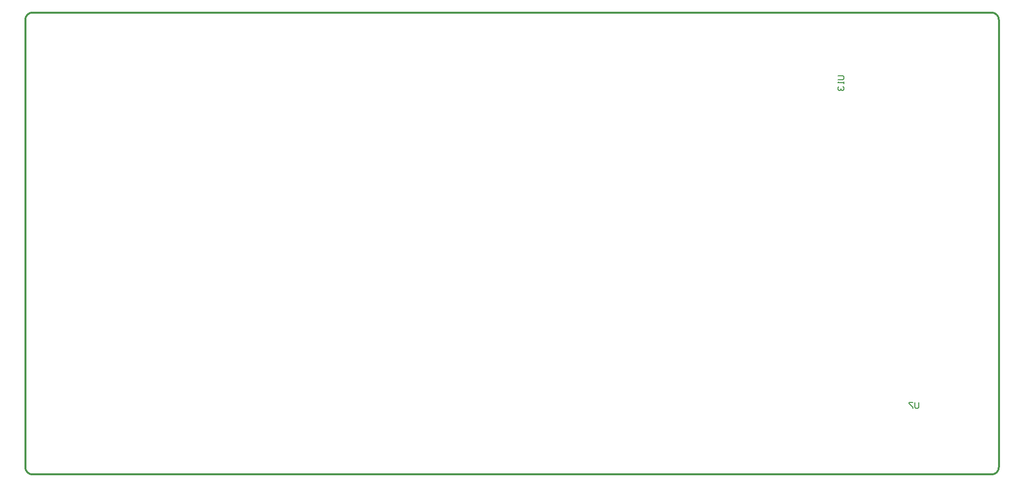
<source format=gm1>
G04*
G04 #@! TF.GenerationSoftware,Altium Limited,Altium Designer,24.10.1 (45)*
G04*
G04 Layer_Color=16711935*
%FSLAX44Y44*%
%MOMM*%
G71*
G04*
G04 #@! TF.SameCoordinates,ABE7D74E-C01C-4B96-B217-1A688C40366F*
G04*
G04*
G04 #@! TF.FilePolarity,Positive*
G04*
G01*
G75*
%ADD15C,0.3050*%
%ADD260C,0.1778*%
D15*
X-248700Y99580D02*
G03*
X-261400Y86880I0J-12700D01*
G01*
Y-687720D02*
G03*
X-248700Y-700420I12700J0D01*
G01*
X1422600Y86880D02*
G03*
X1409900Y99580I-12700J0D01*
G01*
Y-700420D02*
G03*
X1422600Y-687720I0J12700D01*
G01*
X-248380Y-700420D02*
X1409900Y-700420D01*
X-261400Y-320420D02*
Y86880D01*
Y-687720D02*
Y-320420D01*
X-249650Y99580D02*
X1409900Y99580D01*
X1422600Y-687720D02*
Y86880D01*
D260*
X1284340Y-575593D02*
Y-584057D01*
X1282647Y-585750D01*
X1279262D01*
X1277569Y-584057D01*
Y-575593D01*
X1274183D02*
X1267412D01*
Y-577286D01*
X1274183Y-584057D01*
Y-585750D01*
X1144523Y-10140D02*
X1152987D01*
X1154680Y-11833D01*
Y-15218D01*
X1152987Y-16911D01*
X1144523D01*
X1154680Y-20297D02*
Y-23682D01*
Y-21990D01*
X1144523D01*
X1146216Y-20297D01*
Y-28761D02*
X1144523Y-30454D01*
Y-33839D01*
X1146216Y-35532D01*
X1147909D01*
X1149602Y-33839D01*
Y-32146D01*
Y-33839D01*
X1151294Y-35532D01*
X1152987D01*
X1154680Y-33839D01*
Y-30454D01*
X1152987Y-28761D01*
M02*

</source>
